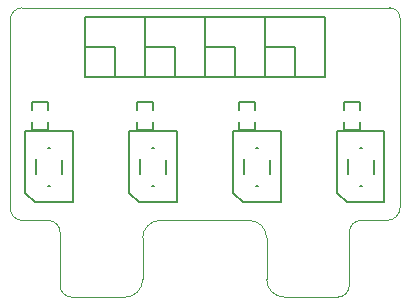
<source format=gto>
G04 #@! TF.FileFunction,Legend,Top*
%FSLAX46Y46*%
G04 Gerber Fmt 4.6, Leading zero omitted, Abs format (unit mm)*
G04 Created by KiCad (PCBNEW (2015-01-08 BZR 5360)-product) date 2015-02-02T04:43:26 CET*
%MOMM*%
G01*
G04 APERTURE LIST*
%ADD10C,0.100000*%
%ADD11C,0.150000*%
G04 APERTURE END LIST*
D10*
X91844000Y-77944000D02*
X89644000Y-77944000D01*
X92944000Y-60844000D02*
X92944000Y-76844000D01*
X92044000Y-59944000D02*
X60944000Y-59944000D01*
X60944000Y-77944000D02*
X63244000Y-77944000D01*
X59944000Y-60844000D02*
X59944000Y-76944000D01*
X91844000Y-77944000D02*
G75*
G03X92944000Y-76844000I0J1100000D01*
G01*
X92944000Y-60844000D02*
G75*
G03X92044000Y-59944000I-900000J0D01*
G01*
X59944000Y-76944000D02*
G75*
G03X60944000Y-77944000I1000000J0D01*
G01*
X60944000Y-59944000D02*
G75*
G03X59944000Y-60944000I0J-1000000D01*
G01*
X69644000Y-84444000D02*
X65144000Y-84444000D01*
X71144000Y-79444000D02*
X71144000Y-82944000D01*
X80144000Y-77944000D02*
X72644000Y-77944000D01*
X81644000Y-82944000D02*
X81644000Y-79444000D01*
X87644000Y-84444000D02*
X83144000Y-84444000D01*
X88644000Y-78944000D02*
X88644000Y-83444000D01*
X81644000Y-82944000D02*
G75*
G03X83144000Y-84444000I1500000J0D01*
G01*
X81644000Y-79444000D02*
G75*
G03X80144000Y-77944000I-1500000J0D01*
G01*
X72644000Y-77944000D02*
G75*
G03X71144000Y-79444000I0J-1500000D01*
G01*
X69644000Y-84444000D02*
G75*
G03X71144000Y-82944000I0J1500000D01*
G01*
X64144000Y-78944000D02*
X64144000Y-83444000D01*
X89644000Y-77944000D02*
G75*
G03X88644000Y-78944000I0J-1000000D01*
G01*
X87644000Y-84444000D02*
G75*
G03X88644000Y-83444000I0J1000000D01*
G01*
X64144000Y-83444000D02*
G75*
G03X65144000Y-84444000I1000000J0D01*
G01*
X64144000Y-78944000D02*
G75*
G03X63144000Y-77944000I-1000000J0D01*
G01*
D11*
X66272000Y-63246000D02*
X66272000Y-65786000D01*
X66272000Y-65786000D02*
X68812000Y-65786000D01*
X68812000Y-65786000D02*
X68812000Y-63246000D01*
X68812000Y-63246000D02*
X66272000Y-63246000D01*
X66272000Y-63246000D02*
X66272000Y-60706000D01*
X66272000Y-60706000D02*
X71352000Y-60706000D01*
X71352000Y-60706000D02*
X71352000Y-65786000D01*
X71352000Y-65786000D02*
X68812000Y-65786000D01*
X71352000Y-63246000D02*
X71352000Y-65786000D01*
X71352000Y-65786000D02*
X73892000Y-65786000D01*
X73892000Y-65786000D02*
X73892000Y-63246000D01*
X73892000Y-63246000D02*
X71352000Y-63246000D01*
X71352000Y-63246000D02*
X71352000Y-60706000D01*
X71352000Y-60706000D02*
X76432000Y-60706000D01*
X76432000Y-60706000D02*
X76432000Y-65786000D01*
X76432000Y-65786000D02*
X73892000Y-65786000D01*
X76432000Y-63246000D02*
X76432000Y-65786000D01*
X76432000Y-65786000D02*
X78972000Y-65786000D01*
X78972000Y-65786000D02*
X78972000Y-63246000D01*
X78972000Y-63246000D02*
X76432000Y-63246000D01*
X76432000Y-63246000D02*
X76432000Y-60706000D01*
X76432000Y-60706000D02*
X81512000Y-60706000D01*
X81512000Y-60706000D02*
X81512000Y-65786000D01*
X81512000Y-65786000D02*
X78972000Y-65786000D01*
X81512000Y-63246000D02*
X81512000Y-65786000D01*
X81512000Y-65786000D02*
X84052000Y-65786000D01*
X84052000Y-65786000D02*
X84052000Y-63246000D01*
X84052000Y-63246000D02*
X81512000Y-63246000D01*
X81512000Y-63246000D02*
X81512000Y-60706000D01*
X81512000Y-60706000D02*
X86592000Y-60706000D01*
X86592000Y-60706000D02*
X86592000Y-65786000D01*
X86592000Y-65786000D02*
X84052000Y-65786000D01*
X61763500Y-69588380D02*
X61763500Y-70294500D01*
X61763500Y-70294500D02*
X63160500Y-70294500D01*
X63160500Y-70294500D02*
X63160500Y-69588380D01*
X61763500Y-67881500D02*
X61763500Y-68587620D01*
X61763500Y-67881500D02*
X63160500Y-67881500D01*
X63160500Y-67881500D02*
X63160500Y-68587620D01*
X70653500Y-69588380D02*
X70653500Y-70294500D01*
X70653500Y-70294500D02*
X72050500Y-70294500D01*
X72050500Y-70294500D02*
X72050500Y-69588380D01*
X70653500Y-67881500D02*
X70653500Y-68587620D01*
X70653500Y-67881500D02*
X72050500Y-67881500D01*
X72050500Y-67881500D02*
X72050500Y-68587620D01*
X79289500Y-69588380D02*
X79289500Y-70294500D01*
X79289500Y-70294500D02*
X80686500Y-70294500D01*
X80686500Y-70294500D02*
X80686500Y-69588380D01*
X79289500Y-67881500D02*
X79289500Y-68587620D01*
X79289500Y-67881500D02*
X80686500Y-67881500D01*
X80686500Y-67881500D02*
X80686500Y-68587620D01*
X88179500Y-69588380D02*
X88179500Y-70294500D01*
X88179500Y-70294500D02*
X89576500Y-70294500D01*
X89576500Y-70294500D02*
X89576500Y-69588380D01*
X88179500Y-67881500D02*
X88179500Y-68587620D01*
X88179500Y-67881500D02*
X89576500Y-67881500D01*
X89576500Y-67881500D02*
X89576500Y-68587620D01*
X91619680Y-70406000D02*
X91619680Y-76406000D01*
X91619680Y-76406000D02*
X88419680Y-76406000D01*
X88419680Y-76406000D02*
X87619680Y-75606000D01*
X87619680Y-75606000D02*
X87619680Y-70406000D01*
X91619680Y-70406000D02*
X87619680Y-70406000D01*
X88519680Y-72706000D02*
X88519680Y-74006000D01*
X89719680Y-71806000D02*
X89519680Y-71806000D01*
X90719680Y-74006000D02*
X90719680Y-72806000D01*
X89719680Y-75006000D02*
X89519680Y-75006000D01*
X82821120Y-70406000D02*
X82821120Y-76406000D01*
X82821120Y-76406000D02*
X79621120Y-76406000D01*
X79621120Y-76406000D02*
X78821120Y-75606000D01*
X78821120Y-75606000D02*
X78821120Y-70406000D01*
X82821120Y-70406000D02*
X78821120Y-70406000D01*
X79721120Y-72706000D02*
X79721120Y-74006000D01*
X80921120Y-71806000D02*
X80721120Y-71806000D01*
X81921120Y-74006000D02*
X81921120Y-72806000D01*
X80921120Y-75006000D02*
X80721120Y-75006000D01*
X74022560Y-70406000D02*
X74022560Y-76406000D01*
X74022560Y-76406000D02*
X70822560Y-76406000D01*
X70822560Y-76406000D02*
X70022560Y-75606000D01*
X70022560Y-75606000D02*
X70022560Y-70406000D01*
X74022560Y-70406000D02*
X70022560Y-70406000D01*
X70922560Y-72706000D02*
X70922560Y-74006000D01*
X72122560Y-71806000D02*
X71922560Y-71806000D01*
X73122560Y-74006000D02*
X73122560Y-72806000D01*
X72122560Y-75006000D02*
X71922560Y-75006000D01*
X65224000Y-70406000D02*
X65224000Y-76406000D01*
X65224000Y-76406000D02*
X62024000Y-76406000D01*
X62024000Y-76406000D02*
X61224000Y-75606000D01*
X61224000Y-75606000D02*
X61224000Y-70406000D01*
X65224000Y-70406000D02*
X61224000Y-70406000D01*
X62124000Y-72706000D02*
X62124000Y-74006000D01*
X63324000Y-71806000D02*
X63124000Y-71806000D01*
X64324000Y-74006000D02*
X64324000Y-72806000D01*
X63324000Y-75006000D02*
X63124000Y-75006000D01*
M02*

</source>
